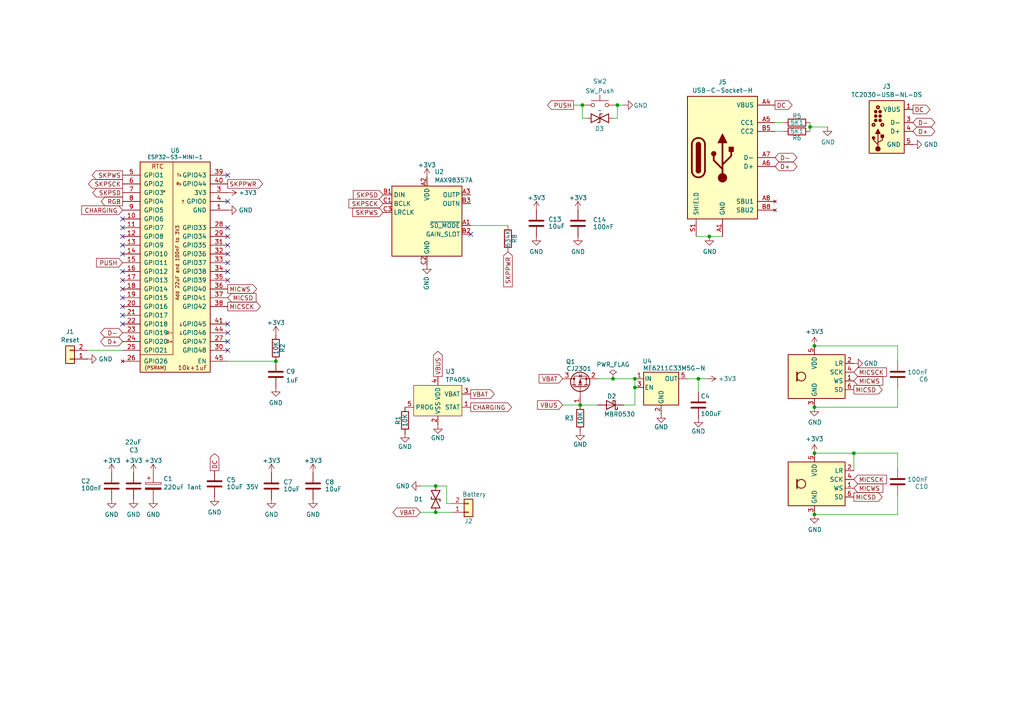
<source format=kicad_sch>
(kicad_sch (version 20231120) (generator "eeschema") (generator_version "8.0")
  (paper "A4")
  (title_block (title "LED driver") (rev "1") (comment 1 "@TheRealRevK") (comment 2 "www.me.uk"))
  (lib_symbols
    (symbol "Connector_Generic:Conn_01x02" (pin_names (offset 1.016) hide)
      (property "Reference" "J" (at 0 2.54 0))
      (property "Value" "Conn_01x02" (at 0 -5.08 0))
      (symbol "Conn_01x02_1_1"
        (rectangle (start -1.27 -2.413) (end 0 -2.667) (stroke (width 0.1524)))
        (rectangle (start -1.27 0.127) (end 0 -0.127) (stroke (width 0.1524)))
        (rectangle (start -1.27 1.27) (end 1.27 -3.81) (stroke (width 0.254)) (fill (type background)))
        (pin passive line (at -5.08 0 0) (length 3.81) (name "Pin_1") (number "1"))
        (pin passive line (at -5.08 -2.54 0) (length 3.81) (name "Pin_2") (number "2"))
      )
    )
    (symbol "Device:C" (pin_numbers hide) (pin_names (offset 0.254))
      (property "Reference" "C" (at 0.635 2.54 0))
      (property "Value" "C" (at 0.635 -2.54 0))
      (symbol "C_0_1"
        (polyline (pts (xy -2.032 -0.762) (xy 2.032 -0.762)) (stroke (width 0.508)))
        (polyline (pts (xy -2.032 0.762) (xy 2.032 0.762)) (stroke (width 0.508)))
      )
      (symbol "C_1_1"
        (pin passive line (at 0 3.81 270) (length 2.794) (name "~") (number "1"))
        (pin passive line (at 0 -3.81 90) (length 2.794) (name "~") (number "2"))
      )
    )
    (symbol "Device:C_Polarized" (pin_numbers hide) (pin_names (offset 0.254))
      (property "Reference" "C" (at 0.635 2.54 0))
      (property "Value" "C_Polarized" (at 0.635 -2.54 0))
      (symbol "C_Polarized_0_1"
        (rectangle (start -2.286 0.508) (end 2.286 1.016))
        (polyline (pts (xy -1.778 2.286) (xy -0.762 2.286)))
        (polyline (pts (xy -1.27 2.794) (xy -1.27 1.778)))
        (rectangle (start 2.286 -0.508) (end -2.286 -1.016) (fill (type outline)))
      )
      (symbol "C_Polarized_1_1"
        (pin passive line (at 0 3.81 270) (length 2.794) (name "~") (number "1"))
        (pin passive line (at 0 -3.81 90) (length 2.794) (name "~") (number "2"))
      )
    )
    (symbol "Device:D_Schottky" (pin_numbers hide) (pin_names (offset 1.016) hide)
      (property "Reference" "D" (at 0 2.54 0))
      (property "Value" "D_Schottky" (at 0 -2.54 0))
      (symbol "D_Schottky_0_1"
        (polyline (pts (xy 1.27 0) (xy -1.27 0)))
        (polyline (pts (xy 1.27 1.27) (xy 1.27 -1.27) (xy -1.27 0) (xy 1.27 1.27)) (stroke (width 0.254)))
        (polyline (pts (xy -1.905 0.635) (xy -1.905 1.27) (xy -1.27 1.27) (xy -1.27 -1.27) (xy -0.635 -1.27) (xy -0.635 -0.635)) (stroke (width 0.254)))
      )
      (symbol "D_Schottky_1_1"
        (pin passive line (at -3.81 0 0) (length 2.54) (name "K") (number "1"))
        (pin passive line (at 3.81 0 180) (length 2.54) (name "A") (number "2"))
      )
    )
    (symbol "Device:R" (pin_numbers hide) (pin_names (offset 0))
      (property "Reference" "R" (at 2.032 0 90))
      (property "Value" "R" (at 0 0 90))
      (symbol "R_0_1"
        (rectangle (start -1.016 -2.54) (end 1.016 2.54) (stroke (width 0.254)))
      )
      (symbol "R_1_1"
        (pin passive line (at 0 3.81 270) (length 1.27) (name "~") (number "1"))
        (pin passive line (at 0 -3.81 90) (length 1.27) (name "~") (number "2"))
      )
    )
    (symbol "Regulator_Linear:TLV70033_SOT23-5" (pin_names (offset 0.254))
      (property "Reference" "U" (at -3.81 5.715 0))
      (property "Value" "TLV70033_SOT23-5" (at 0 5.715 0))
      (symbol "TLV70033_SOT23-5_0_1"
        (rectangle (start -5.08 4.445) (end 5.08 -5.08) (stroke (width 0.254)) (fill (type background)))
      )
      (symbol "TLV70033_SOT23-5_1_1"
        (pin power_in line (at -7.62 2.54 0) (length 2.54) (name "IN") (number "1"))
        (pin power_in line (at 0 -7.62 90) (length 2.54) (name "GND") (number "2"))
        (pin input line (at -7.62 0 0) (length 2.54) (name "EN") (number "3"))
        (pin no_connect line (at 5.08 0 180) (length 2.54) hide (name "NC") (number "4"))
        (pin power_out line (at 7.62 2.54 180) (length 2.54) (name "OUT") (number "5"))
      )
    )
    (symbol "RevK:ES05D1MC10" (pin_numbers hide)
      (property "Reference" "D" (at 0 2.54 0))
      (symbol "ES05D1MC10_0_1"
        (polyline (pts (xy -2.54 1.27) (xy -2.54 -1.27) (xy 0 0) (xy -2.54 1.27)) (stroke (width 0.254)))
        (polyline (pts (xy 2.54 -1.27) (xy 2.54 1.27) (xy 0 0) (xy 2.54 -1.27)) (stroke (width 0.254)))
      )
      (symbol "ES05D1MC10_1_1"
        (polyline (pts (xy 0.635 1.27) (xy 0 1.27) (xy 0 -1.27) (xy -0.635 -1.27)) (stroke (width 0.254)))
        (pin passive line (at 3.81 0 180) (length 1.27) (name "~") (number "1"))
        (pin passive line (at -3.81 0 0) (length 1.27) (name "~") (number "2"))
      )
    )
    (symbol "RevK:ESP32-S3-MINI-1-N4R2" (pin_names (offset 1.016))
      (property "Reference" "U" (at 9.525 28.575 0))
      (property "Value" "ESP32-S3-MINI-1-N4R2" (at 0 31.115 0))
      (symbol "ESP32-S3-MINI-1-N4R2_0_0"
        (rectangle (start -10.16 30.48) (end 10.16 -30.48) (stroke (width 0.254)) (fill (type background)))
      )
      (symbol "ESP32-S3-MINI-1-N4R2_1_1"
        (polyline (pts (xy -10.16 -25.4) (xy -0.635 -25.4)))
        (polyline (pts (xy -0.635 30.48) (xy -0.635 -25.4)))
        (text "(PSRAM)" (at -5.715 -29.21 0) (effects (font (size 1 1))))
        (text "*" (at -3.175 21.59 0) (effects (font (size 1.27 1.27))))
        (text "10k+1uF" (at 5.08 -29.21 0) (effects (font (size 1.27 1.27))))
        (text "Add 22uF and 100nF to 3V3" (at 0.635 1.27 900) (effects (font (size 1 1))))
        (text "D+" (at -2.54 -21.59 0) (effects (font (size 0.8 0.8)) (justify left)))
        (text "D-" (at -2.54 -19.05 0) (effects (font (size 0.8 0.8)) (justify left)))
        (text "RTC" (at -5.08 29.21 0) (effects (font (size 1.27 1.27))))
        (text "Rx" (at 1.905 24.13 0) (effects (font (size 0.8 0.8)) (justify right)))
        (text "Tx" (at 1.905 26.67 0) (effects (font (size 0.8 0.8)) (justify right)))
        (text "↑" (at 3.175 19.05 0) (effects (font (size 1.27 1.27)) (justify right)))
        (text "↓" (at 2.54 -19.05 0) (effects (font (size 1.27 1.27)) (justify right)))
        (text "↓" (at 2.54 -16.51 0) (effects (font (size 1.27 1.27)) (justify right)))
        (pin power_in line (at 15.24 16.51 180) (length 5.08) (name "GND") (number "1"))
        (pin passive line (at -15.24 13.97 0) (length 5.08) (name "GPIO6") (number "10"))
        (pin passive line (at -15.24 11.43 0) (length 5.08) (name "GPIO7") (number "11"))
        (pin passive line (at -15.24 8.89 0) (length 5.08) (name "GPIO8") (number "12"))
        (pin passive line (at -15.24 6.35 0) (length 5.08) (name "GPIO9") (number "13"))
        (pin passive line (at -15.24 3.81 0) (length 5.08) (name "GPIO10") (number "14"))
        (pin passive line (at -15.24 1.27 0) (length 5.08) (name "GPIO11") (number "15"))
        (pin passive line (at -15.24 -1.27 0) (length 5.08) (name "GPIO12") (number "16"))
        (pin passive line (at -15.24 -3.81 0) (length 5.08) (name "GPIO13") (number "17"))
        (pin passive line (at -15.24 -6.35 0) (length 5.08) (name "GPIO14") (number "18"))
        (pin passive line (at -15.24 -8.89 0) (length 5.08) (name "GPIO15") (number "19"))
        (pin power_in line (at 15.24 16.51 180) (length 5.08) hide (name "GND") (number "2"))
        (pin passive line (at -15.24 -11.43 0) (length 5.08) (name "GPIO16") (number "20"))
        (pin passive line (at -15.24 -13.97 0) (length 5.08) (name "GPIO17") (number "21"))
        (pin passive line (at -15.24 -16.51 0) (length 5.08) (name "GPIO18") (number "22"))
        (pin passive line (at -15.24 -19.05 0) (length 5.08) (name "GPIO19") (number "23"))
        (pin passive line (at -15.24 -21.59 0) (length 5.08) (name "GPIO20") (number "24"))
        (pin passive line (at -15.24 -24.13 0) (length 5.08) (name "GPIO21") (number "25"))
        (pin no_connect line (at -15.24 -27.305 0) (length 5.08) (name "GPIO26") (number "26"))
        (pin passive line (at 15.24 -21.59 180) (length 5.08) (name "GPIO47") (number "27"))
        (pin passive line (at 15.24 11.43 180) (length 5.08) (name "GPIO33") (number "28"))
        (pin passive line (at 15.24 8.89 180) (length 5.08) (name "GPIO34") (number "29"))
        (pin power_in line (at 15.24 21.59 180) (length 5.08) (name "3V3") (number "3"))
        (pin passive line (at 15.24 -24.13 180) (length 5.08) (name "GPIO48") (number "30"))
        (pin passive line (at 15.24 6.35 180) (length 5.08) (name "GPIO35") (number "31"))
        (pin passive line (at 15.24 3.81 180) (length 5.08) (name "GPIO36") (number "32"))
        (pin passive line (at 15.24 1.27 180) (length 5.08) (name "GPIO37") (number "33"))
        (pin passive line (at 15.24 -1.27 180) (length 5.08) (name "GPIO38") (number "34"))
        (pin passive line (at 15.24 -3.81 180) (length 5.08) (name "GPIO39") (number "35"))
        (pin passive line (at 15.24 -6.35 180) (length 5.08) (name "GPIO40") (number "36"))
        (pin passive line (at 15.24 -8.89 180) (length 5.08) (name "GPIO41") (number "37"))
        (pin passive line (at 15.24 -11.43 180) (length 5.08) (name "GPIO42") (number "38"))
        (pin passive line (at 15.24 26.67 180) (length 5.08) (name "GPIO43") (number "39"))
        (pin passive line (at 15.24 19.05 180) (length 5.08) (name "GPIO0") (number "4"))
        (pin passive line (at 15.24 24.13 180) (length 5.08) (name "GPIO44") (number "40"))
        (pin passive line (at 15.24 -16.51 180) (length 5.08) (name "GPIO45") (number "41"))
        (pin power_in line (at 15.24 16.51 180) (length 5.08) hide (name "GND") (number "42"))
        (pin power_in line (at 15.24 16.51 180) (length 5.08) hide (name "GND") (number "43"))
        (pin passive line (at 15.24 -19.05 180) (length 5.08) (name "GPIO46") (number "44"))
        (pin input line (at 15.24 -27.305 180) (length 5.08) (name "EN") (number "45"))
        (pin power_in line (at 15.24 16.51 180) (length 5.08) hide (name "GND") (number "46"))
        (pin power_in line (at 15.24 16.51 180) (length 5.08) hide (name "GND") (number "47"))
        (pin power_in line (at 15.24 16.51 180) (length 5.08) hide (name "GND") (number "48"))
        (pin power_in line (at 15.24 16.51 180) (length 5.08) hide (name "GND") (number "49"))
        (pin passive line (at -15.24 26.67 0) (length 5.08) (name "GPIO1") (number "5"))
        (pin power_in line (at 15.24 16.51 180) (length 5.08) hide (name "GND") (number "50"))
        (pin power_in line (at 15.24 16.51 180) (length 5.08) hide (name "GND") (number "51"))
        (pin power_in line (at 15.24 16.51 180) (length 5.08) hide (name "GND") (number "52"))
        (pin power_in line (at 15.24 16.51 180) (length 5.08) hide (name "GND") (number "53"))
        (pin power_in line (at 15.24 16.51 180) (length 5.08) hide (name "GND") (number "54"))
        (pin power_in line (at 15.24 16.51 180) (length 5.08) hide (name "GND") (number "55"))
        (pin power_in line (at 15.24 16.51 180) (length 5.08) hide (name "GND") (number "56"))
        (pin power_in line (at 15.24 16.51 180) (length 5.08) hide (name "GND") (number "57"))
        (pin power_in line (at 15.24 16.51 180) (length 5.08) hide (name "GND") (number "58"))
        (pin power_in line (at 15.24 16.51 180) (length 5.08) hide (name "GND") (number "59"))
        (pin passive line (at -15.24 24.13 0) (length 5.08) (name "GPIO2") (number "6"))
        (pin power_in line (at 15.24 16.51 180) (length 5.08) hide (name "GND") (number "60"))
        (pin power_in line (at 15.24 16.51 180) (length 5.08) hide (name "GND") (number "61"))
        (pin power_in line (at 15.24 16.51 180) (length 5.08) hide (name "GND") (number "62"))
        (pin power_in line (at 15.24 16.51 180) (length 5.08) hide (name "GND") (number "63"))
        (pin power_in line (at 15.24 16.51 180) (length 5.08) hide (name "GND") (number "64"))
        (pin power_in line (at 15.24 16.51 180) (length 5.08) hide (name "GND") (number "65"))
        (pin passive line (at -15.24 21.59 0) (length 5.08) (name "GPIO3") (number "7"))
        (pin passive line (at -15.24 19.05 0) (length 5.08) (name "GPIO4") (number "8"))
        (pin passive line (at -15.24 16.51 0) (length 5.08) (name "GPIO5") (number "9"))
      )
    )
    (symbol "RevK:ICS43434_MEMS_Mic"
      (symbol "ICS43434_MEMS_Mic_1_1"
        (rectangle (start -7.62 6.35) (end 8.89 -6.35) (stroke (width 0.254)) (fill (type background)))
        (circle (center -3.81 0) (radius 1.27) (stroke (width 0.254)))
        (polyline (pts (xy -5.08 1.27) (xy -5.08 -1.27)) (stroke (width 0.381)))
        (pin input line (at 11.43 -1.27 180) (length 2.54) (name "WS") (number "1"))
        (pin input line (at 11.43 3.81 180) (length 2.54) (name "LR") (number "2"))
        (pin power_in line (at 0 -8.89 90) (length 2.54) (name "GND") (number "3"))
        (pin input line (at 11.43 1.27 180) (length 2.54) (name "SCK") (number "4"))
        (pin power_in line (at 0 8.89 270) (length 2.54) (name "VDD") (number "5"))
        (pin output line (at 11.43 -3.81 180) (length 2.54) (name "SD") (number "6"))
      )
    )
    (symbol "RevK:MAX98357A"
      (property "Reference" "U" (at -8.89 11.43 0))
      (property "Value" "MAX98357A" (at 10.16 11.43 0))
      (symbol "MAX98357A_1_1"
        (rectangle (start -10.16 10.16) (end 10.16 -10.16) (stroke (width 0.254)) (fill (type background)))
        (pin input line (at 12.7 -1.27 180) (length 2.54) (name "~{SD_MODE}") (number "A1"))
        (pin power_in line (at 0 12.7 270) (length 2.54) (name "VDD") (number "A2"))
        (pin output line (at 12.7 7.62 180) (length 2.54) (name "OUTP") (number "A3"))
        (pin input line (at -12.7 7.62 0) (length 2.54) (name "DIN") (number "B1"))
        (pin passive line (at 12.7 -3.81 180) (length 2.54) (name "GAIN_SLOT") (number "B2"))
        (pin output line (at 12.7 5.08 180) (length 2.54) (name "OUTN") (number "B3"))
        (pin input line (at -12.7 5.08 0) (length 2.54) (name "BCLK") (number "C1"))
        (pin power_in line (at 0 -12.7 90) (length 2.54) (name "GND") (number "C2"))
        (pin input line (at -12.7 2.54 0) (length 2.54) (name "LRCLK") (number "C3"))
      )
    )
    (symbol "RevK:TC2030-USB-NL" (pin_names (offset 1.016)) (in_bom no)
      (property "Reference" "J" (at 0 10.922 0))
      (property "Value" "TC2030-USB-NL" (at 0 8.89 0))
      (symbol "TC2030-USB-NL_0_1"
        (rectangle (start -5.08 7.62) (end 5.08 -7.62) (stroke (width 0.254)) (fill (type background)))
        (circle (center -3.81 -3.175) (radius 0.381) (stroke (width 0.254)) (fill (type outline)))
        (circle (center -3.175 1.905) (radius 0.381) (stroke (width 0.254)) (fill (type outline)))
        (circle (center -3.175 3.175) (radius 0.381) (stroke (width 0.254)) (fill (type outline)))
        (circle (center -3.175 4.445) (radius 0.381) (stroke (width 0.254)) (fill (type outline)))
        (circle (center -2.54 -6.35) (radius 0.635) (stroke (width 0.254)) (fill (type outline)))
        (circle (center -1.905 1.905) (radius 0.381) (stroke (width 0.254)) (fill (type outline)))
        (circle (center -1.905 3.175) (radius 0.381) (stroke (width 0.254)) (fill (type outline)))
        (circle (center -1.905 4.445) (radius 0.381) (stroke (width 0.254)) (fill (type outline)))
        (rectangle (start -1.651 -2.286) (end -0.889 -3.048) (stroke (width 0.254)) (fill (type outline)))
        (polyline (pts (xy -3.175 -1.905) (xy -1.905 -1.905) (xy -2.54 -0.635) (xy -3.175 -1.905)) (stroke (width 0.254)) (fill (type outline)))
        (polyline (pts (xy -2.54 -5.715) (xy -2.54 -5.08) (xy -3.81 -3.81) (xy -3.81 -3.175)) (stroke (width 0.254)))
        (polyline (pts (xy -2.54 -5.08) (xy -2.54 -4.445) (xy -1.27 -3.81) (xy -1.27 -2.54)) (stroke (width 0.254)))
      )
      (symbol "TC2030-USB-NL_1_1"
        (circle (center -3.81 0.635) (radius 0.381) (stroke (width 0.4)))
        (circle (center -2.54 5.715) (radius 0.381) (stroke (width 0.4)))
        (circle (center -1.27 0.635) (radius 0.381) (stroke (width 0.4)))
        (polyline (pts (xy -2.54 -4.445) (xy -2.54 -1.905)) (stroke (width 0.254)))
        (pin passive line (at 7.62 5.08 180) (length 2.54) (name "VBUS") (number "1"))
        (pin passive line (at 7.62 5.08 180) (length 2.54) hide (name "VBUS") (number "2"))
        (pin bidirectional line (at 7.62 1.27 180) (length 2.54) (name "D-") (number "3"))
        (pin bidirectional line (at 7.62 -1.27 180) (length 2.54) (name "D+") (number "4"))
        (pin passive line (at 7.62 -5.08 180) (length 2.54) (name "GND") (number "5"))
        (pin passive line (at 7.62 -5.08 180) (length 2.54) hide (name "GND") (number "6"))
      )
    )
    (symbol "RevK:TP4054"
      (property "Reference" "U" (at 4.445 -5.715 0))
      (property "Value" "TP4054" (at 3.81 5.715 0))
      (symbol "TP4054_1_1"
        (rectangle (start -6.985 4.445) (end 6.985 -4.445) (fill (type background)))
        (pin open_collector line (at 9.525 -1.905 180) (length 2.54) (name "STAT") (number "1"))
        (pin power_in line (at 0 -6.985 90) (length 2.54) (name "VSS") (number "2"))
        (pin power_out line (at 9.525 1.905 180) (length 2.54) (name "VBAT") (number "3"))
        (pin power_in line (at 0 6.985 270) (length 2.54) (name "VDD") (number "4"))
        (pin input line (at -9.525 -1.905 0) (length 2.54) (name "PROG") (number "5"))
      )
    )
    (symbol "RevK:USB-C-Socket-H" (pin_names (offset 1.016))
      (property "Reference" "J" (at -10.16 19.05 0))
      (property "Value" "USB-C-Socket-V" (at 0.635 12.7 0))
      (symbol "USB-C-Socket-H_0_1"
        (rectangle (start -10.16 17.78) (end 10.16 -17.78) (stroke (width 0.254)) (fill (type background)))
        (arc (start -8.89 -3.81) (mid -6.985 -5.7067) (end -5.08 -3.81) (stroke (width 0.508)))
        (arc (start -7.62 -3.81) (mid -6.985 -4.4423) (end -6.35 -3.81) (stroke (width 0.254)))
        (arc (start -7.62 -3.81) (mid -6.985 -4.4423) (end -6.35 -3.81) (stroke (width 0.254)) (fill (type outline)))
        (rectangle (start -7.62 -3.81) (end -6.35 3.81) (stroke (width 0.254)) (fill (type outline)))
        (arc (start -6.35 3.81) (mid -6.985 4.4423) (end -7.62 3.81) (stroke (width 0.254)))
        (arc (start -6.35 3.81) (mid -6.985 4.4423) (end -7.62 3.81) (stroke (width 0.254)) (fill (type outline)))
        (arc (start -5.08 3.81) (mid -6.985 5.7067) (end -8.89 3.81) (stroke (width 0.508)))
        (circle (center -2.54 1.143) (radius 0.635) (stroke (width 0.254)) (fill (type outline)))
        (circle (center 0 -5.842) (radius 1.27) (fill (type outline)))
        (polyline (pts (xy -8.89 -3.81) (xy -8.89 3.81)) (stroke (width 0.508)))
        (polyline (pts (xy -5.08 3.81) (xy -5.08 -3.81)) (stroke (width 0.508)))
        (polyline (pts (xy 0 -5.842) (xy 0 4.318)) (stroke (width 0.508)))
        (polyline (pts (xy 0 -3.302) (xy -2.54 -0.762) (xy -2.54 0.508)) (stroke (width 0.508)))
        (polyline (pts (xy 0 -2.032) (xy 2.54 0.508) (xy 2.54 1.778)) (stroke (width 0.508)))
        (polyline (pts (xy -1.27 4.318) (xy 0 6.858) (xy 1.27 4.318) (xy -1.27 4.318)) (stroke (width 0.254)) (fill (type outline)))
        (rectangle (start 1.905 1.778) (end 3.175 3.048) (stroke (width 0.254)) (fill (type outline)))
      )
      (symbol "USB-C-Socket-H_1_1"
        (pin passive line (at 0 -22.86 90) (length 5.08) (name "GND") (number "A1"))
        (pin passive line (at 0 -22.86 90) (length 5.08) hide (name "GND") (number "A12"))
        (pin passive line (at 15.24 15.24 180) (length 5.08) (name "VBUS") (number "A4"))
        (pin bidirectional line (at 15.24 10.16 180) (length 5.08) (name "CC1") (number "A5"))
        (pin bidirectional line (at 15.24 -2.54 180) (length 5.08) (name "D+") (number "A6"))
        (pin bidirectional line (at 15.24 0 180) (length 5.08) (name "D-") (number "A7"))
        (pin no_connect line (at 15.24 -12.7 180) (length 5.08) (name "SBU1") (number "A8"))
        (pin passive line (at 15.24 15.24 180) (length 5.08) hide (name "VBUS") (number "A9"))
        (pin passive line (at 0 -22.86 90) (length 5.08) hide (name "GND") (number "B1"))
        (pin passive line (at 0 -22.86 90) (length 5.08) hide (name "GND") (number "B12"))
        (pin passive line (at 15.24 15.24 180) (length 5.08) hide (name "VBUS") (number "B4"))
        (pin bidirectional line (at 15.24 7.62 180) (length 5.08) (name "CC2") (number "B5"))
        (pin bidirectional line (at 15.24 -2.54 180) (length 5.08) hide (name "D+") (number "B6"))
        (pin bidirectional line (at 15.24 0 180) (length 5.08) hide (name "D-") (number "B7"))
        (pin no_connect line (at 15.24 -15.24 180) (length 5.08) (name "SBU2") (number "B8"))
        (pin passive line (at 15.24 15.24 180) (length 5.08) hide (name "VBUS") (number "B9"))
        (pin passive line (at -7.62 -22.86 90) (length 5.08) (name "SHIELD") (number "S1"))
      )
    )
    (symbol "Switch:SW_Push" (pin_numbers hide) (pin_names (offset 1.016) hide)
      (property "Reference" "SW" (at 1.27 2.54 0))
      (property "Value" "SW_Push" (at 0 -1.524 0))
      (symbol "SW_Push_0_1"
        (circle (center -2.032 0) (radius 0.508))
        (polyline (pts (xy 0 1.27) (xy 0 3.048)))
        (polyline (pts (xy 2.54 1.27) (xy -2.54 1.27)))
        (circle (center 2.032 0) (radius 0.508))
        (pin passive line (at -5.08 0 0) (length 2.54) (name "1") (number "1"))
        (pin passive line (at 5.08 0 180) (length 2.54) (name "2") (number "2"))
      )
    )
    (symbol "Transistor_FET:BSS83P" (pin_names hide)
      (property "Reference" "Q" (at 5.08 1.905 0))
      (property "Value" "BSS83P" (at 5.08 0 0))
      (symbol "BSS83P_0_1"
        (polyline (pts (xy 0.254 0) (xy -2.54 0)))
        (polyline (pts (xy 0.254 1.905) (xy 0.254 -1.905)) (stroke (width 0.254)))
        (polyline (pts (xy 0.762 -1.27) (xy 0.762 -2.286)) (stroke (width 0.254)))
        (polyline (pts (xy 0.762 0.508) (xy 0.762 -0.508)) (stroke (width 0.254)))
        (polyline (pts (xy 0.762 2.286) (xy 0.762 1.27)) (stroke (width 0.254)))
        (polyline (pts (xy 2.54 2.54) (xy 2.54 1.778)))
        (polyline (pts (xy 2.54 -2.54) (xy 2.54 0) (xy 0.762 0)))
        (polyline (pts (xy 0.762 1.778) (xy 3.302 1.778) (xy 3.302 -1.778) (xy 0.762 -1.778)))
        (polyline (pts (xy 2.286 0) (xy 1.27 0.381) (xy 1.27 -0.381) (xy 2.286 0)) (fill (type outline)))
        (polyline (pts (xy 2.794 -0.508) (xy 2.921 -0.381) (xy 3.683 -0.381) (xy 3.81 -0.254)))
        (polyline (pts (xy 3.302 -0.381) (xy 2.921 0.254) (xy 3.683 0.254) (xy 3.302 -0.381)))
        (circle (center 1.651 0) (radius 2.794) (stroke (width 0.254)))
        (circle (center 2.54 -1.778) (radius 0.254) (fill (type outline)))
        (circle (center 2.54 1.778) (radius 0.254) (fill (type outline)))
      )
      (symbol "BSS83P_1_1"
        (pin input line (at -5.08 0 0) (length 2.54) (name "G") (number "1"))
        (pin passive line (at 2.54 -5.08 90) (length 2.54) (name "S") (number "2"))
        (pin passive line (at 2.54 5.08 270) (length 2.54) (name "D") (number "3"))
      )
    )
    (symbol "power:+3.3V" (power) (pin_numbers hide) (pin_names (offset 0) hide)
      (property "Value" "+3.3V" (at 0 3.556 0))
      (symbol "+3.3V_0_1"
        (polyline (pts (xy -0.762 1.27) (xy 0 2.54)))
        (polyline (pts (xy 0 0) (xy 0 2.54)))
        (polyline (pts (xy 0 2.54) (xy 0.762 1.27)))
      )
      (symbol "+3.3V_1_1"
        (pin power_in line (at 0 0 90) (length 0) (name "~") (number "1"))
      )
    )
    (symbol "power:GND" (power) (pin_numbers hide) (pin_names (offset 0) hide)
      (property "Value" "GND" (at 0 -3.81 0))
      (symbol "GND_0_1"
        (polyline (pts (xy 0 0) (xy 0 -1.27) (xy 1.27 -1.27) (xy 0 -2.54) (xy -1.27 -1.27) (xy 0 -1.27)))
      )
      (symbol "GND_1_1"
        (pin power_in line (at 0 0 270) (length 0) (name "~") (number "1"))
      )
    )
    (symbol "power:PWR_FLAG" (power) (pin_numbers hide) (pin_names (offset 0) hide)
      (property "Value" "PWR_FLAG" (at 0 3.81 0))
      (symbol "PWR_FLAG_0_0"
        (pin power_out line (at 0 0 90) (length 0) (name "~") (number "1"))
      )
      (symbol "PWR_FLAG_0_1"
        (polyline (pts (xy 0 0) (xy 0 1.27) (xy -1.016 1.905) (xy 0 2.54) (xy 1.016 1.905) (xy 0 1.27)))
      )
    )
  )
  (junction (at 126.365 140.97))
  (junction (at 236.22 131.445))
  (junction (at 202.565 109.855))
  (junction (at 177.8 109.855))
  (junction (at 247.65 131.445))
  (junction (at 168.91 30.48))
  (junction (at 168.275 117.475))
  (junction (at 205.74 68.58))
  (junction (at 236.22 100.33))
  (junction (at 184.15 112.395))
  (junction (at 179.07 30.48))
  (junction (at 236.22 118.11))
  (junction (at 126.365 148.59))
  (junction (at 184.15 109.855))
  (junction (at 234.95 36.83))
  (junction (at 236.22 149.225))
  (junction (at 80.01 104.775))
  (no_connect (at 66.04 71.12))
  (no_connect (at 66.04 58.42))
  (no_connect (at 66.04 50.8))
  (no_connect (at 35.56 68.58))
  (no_connect (at 35.56 91.44))
  (no_connect (at 66.04 96.52))
  (no_connect (at 66.04 99.06))
  (no_connect (at 35.56 73.66))
  (no_connect (at 35.56 66.04))
  (no_connect (at 66.04 73.66))
  (no_connect (at 35.56 71.12))
  (no_connect (at 136.525 67.945))
  (no_connect (at 66.04 66.04))
  (no_connect (at 35.56 93.98))
  (no_connect (at 66.04 101.6))
  (no_connect (at 66.04 81.28))
  (no_connect (at 35.56 63.5))
  (no_connect (at 66.04 76.2))
  (no_connect (at 35.56 83.82))
  (no_connect (at 66.04 93.98))
  (no_connect (at 35.56 78.74))
  (no_connect (at 66.04 78.74))
  (no_connect (at 35.56 88.9))
  (no_connect (at 35.56 81.28))
  (no_connect (at 66.04 68.58))
  (no_connect (at 35.56 86.36))
  (wire (pts (xy 179.07 30.48) (xy 179.07 34.29)))
  (wire (pts (xy 121.92 148.59) (xy 126.365 148.59)))
  (wire (pts (xy 236.22 118.11) (xy 260.35 118.11)))
  (wire (pts (xy 173.355 109.855) (xy 177.8 109.855)))
  (wire (pts (xy 121.92 140.97) (xy 126.365 140.97)))
  (wire (pts (xy 234.95 36.83) (xy 234.95 38.1)))
  (wire (pts (xy 260.35 131.445) (xy 260.35 135.89)))
  (wire (pts (xy 126.365 140.97) (xy 129.54 140.97)))
  (wire (pts (xy 260.35 100.33) (xy 260.35 104.775)))
  (wire (pts (xy 236.22 149.225) (xy 260.35 149.225)))
  (wire (pts (xy 184.15 112.395) (xy 184.15 117.475)))
  (wire (pts (xy 173.355 117.475) (xy 168.275 117.475)))
  (wire (pts (xy 260.35 149.225) (xy 260.35 143.51)))
  (wire (pts (xy 202.565 109.855) (xy 202.565 113.665)))
  (wire (pts (xy 163.195 117.475) (xy 168.275 117.475)))
  (wire (pts (xy 129.54 146.05) (xy 130.81 146.05)))
  (wire (pts (xy 201.93 68.58) (xy 205.74 68.58)))
  (wire (pts (xy 177.8 109.855) (xy 184.15 109.855)))
  (wire (pts (xy 236.22 100.33) (xy 260.35 100.33)))
  (wire (pts (xy 166.37 30.48) (xy 168.91 30.48)))
  (wire (pts (xy 199.39 109.855) (xy 202.565 109.855)))
  (wire (pts (xy 240.03 36.83) (xy 234.95 36.83)))
  (wire (pts (xy 202.565 109.855) (xy 205.105 109.855)))
  (wire (pts (xy 180.975 30.48) (xy 179.07 30.48)))
  (wire (pts (xy 184.15 109.855) (xy 184.15 112.395)))
  (wire (pts (xy 179.07 34.29) (xy 177.8 34.29)))
  (wire (pts (xy 25.4 101.6) (xy 35.56 101.6)))
  (wire (pts (xy 126.365 148.59) (xy 130.81 148.59)))
  (wire (pts (xy 234.95 35.56) (xy 234.95 36.83)))
  (wire (pts (xy 247.65 131.445) (xy 247.65 136.525)))
  (wire (pts (xy 180.975 117.475) (xy 184.15 117.475)))
  (wire (pts (xy 168.91 34.29) (xy 170.18 34.29)))
  (wire (pts (xy 136.525 65.405) (xy 147.32 65.405)))
  (wire (pts (xy 224.79 35.56) (xy 227.33 35.56)))
  (wire (pts (xy 247.65 131.445) (xy 260.35 131.445)))
  (wire (pts (xy 209.55 68.58) (xy 205.74 68.58)))
  (wire (pts (xy 224.79 38.1) (xy 227.33 38.1)))
  (wire (pts (xy 236.22 131.445) (xy 247.65 131.445)))
  (wire (pts (xy 168.91 30.48) (xy 168.91 34.29)))
  (wire (pts (xy 260.35 118.11) (xy 260.35 112.395)))
  (wire (pts (xy 129.54 140.97) (xy 129.54 146.05)))
  (wire (pts (xy 66.04 104.775) (xy 80.01 104.775)))
  (global_label "CHARGING" (shape output) (at 136.525 118.11 0) (property "Intersheetrefs" "${INTERSHEET_REFS}" (effects (hide yes))))
  (global_label "MICWS" (shape input) (at 247.65 110.49 0) (property "Intersheetrefs" "${INTERSHEET_REFS}" (effects (hide yes))))
  (global_label "D+" (shape bidirectional) (at 264.795 38.1 0) (property "Intersheetrefs" "${INTERSHEET_REFS}" (effects (hide yes))))
  (global_label "MICSCK" (shape input) (at 247.65 107.95 0) (property "Intersheetrefs" "${INTERSHEET_REFS}" (effects (hide yes))))
  (global_label "VBAT" (shape bidirectional) (at 121.92 148.59 180) (property "Intersheetrefs" "${INTERSHEET_REFS}" (effects (hide yes))))
  (global_label "MICSD" (shape output) (at 247.65 113.03 0) (property "Intersheetrefs" "${INTERSHEET_REFS}" (effects (hide yes))))
  (global_label "D+" (shape bidirectional) (at 35.56 99.06 180) (property "Intersheetrefs" "${INTERSHEET_REFS}" (effects (hide yes))))
  (global_label "PUSH" (shape input) (at 35.56 76.2 180) (property "Intersheetrefs" "${INTERSHEET_REFS}" (effects (hide yes))))
  (global_label "SKPSD" (shape input) (at 111.125 56.515 180) (property "Intersheetrefs" "${INTERSHEET_REFS}" (effects (hide yes))))
  (global_label "MICSCK" (shape output) (at 66.04 88.9 0) (property "Intersheetrefs" "${INTERSHEET_REFS}" (effects (hide yes))))
  (global_label "DC" (shape output) (at 264.795 31.75 0) (property "Intersheetrefs" "${INTERSHEET_REFS}" (effects (hide yes))))
  (global_label "SKPSD" (shape output) (at 35.56 55.88 180) (property "Intersheetrefs" "${INTERSHEET_REFS}" (effects (hide yes))))
  (global_label "DC" (shape output) (at 224.79 30.48 0) (property "Intersheetrefs" "${INTERSHEET_REFS}" (effects (hide yes))))
  (global_label "SKPSCK" (shape output) (at 35.56 53.34 180) (property "Intersheetrefs" "${INTERSHEET_REFS}" (effects (hide yes))))
  (global_label "D-" (shape bidirectional) (at 264.795 35.56 0) (property "Intersheetrefs" "${INTERSHEET_REFS}" (effects (hide yes))))
  (global_label "D-" (shape bidirectional) (at 224.79 45.72 0) (property "Intersheetrefs" "${INTERSHEET_REFS}" (effects (hide yes))))
  (global_label "D+" (shape bidirectional) (at 224.79 48.26 0) (property "Intersheetrefs" "${INTERSHEET_REFS}" (effects (hide yes))))
  (global_label "MICSD" (shape output) (at 247.65 144.145 0) (property "Intersheetrefs" "${INTERSHEET_REFS}" (effects (hide yes))))
  (global_label "SKPPWR" (shape output) (at 66.04 53.34 0) (property "Intersheetrefs" "${INTERSHEET_REFS}" (effects (hide yes))))
  (global_label "MICSD" (shape input) (at 66.04 86.36 0) (property "Intersheetrefs" "${INTERSHEET_REFS}" (effects (hide yes))))
  (global_label "MICWS" (shape output) (at 66.04 83.82 0) (property "Intersheetrefs" "${INTERSHEET_REFS}" (effects (hide yes))))
  (global_label "MICWS" (shape input) (at 247.65 141.605 0) (property "Intersheetrefs" "${INTERSHEET_REFS}" (effects (hide yes))))
  (global_label "RGB" (shape output) (at 35.56 58.42 180) (property "Intersheetrefs" "${INTERSHEET_REFS}" (effects (hide yes))))
  (global_label "MICSCK" (shape input) (at 247.65 139.065 0) (property "Intersheetrefs" "${INTERSHEET_REFS}" (effects (hide yes))))
  (global_label "D-" (shape bidirectional) (at 35.56 96.52 180) (property "Intersheetrefs" "${INTERSHEET_REFS}" (effects (hide yes))))
  (global_label "CHARGING" (shape input) (at 35.56 60.96 180) (property "Intersheetrefs" "${INTERSHEET_REFS}" (effects (hide yes))))
  (global_label "VBUS" (shape output) (at 127 109.22 90) (property "Intersheetrefs" "${INTERSHEET_REFS}" (effects (hide yes))))
  (global_label "VBAT" (shape output) (at 136.525 114.3 0) (property "Intersheetrefs" "${INTERSHEET_REFS}" (effects (hide yes))))
  (global_label "DC" (shape output) (at 62.23 136.525 90) (property "Intersheetrefs" "${INTERSHEET_REFS}" (effects (hide yes))))
  (global_label "VBUS" (shape input) (at 163.195 117.475 180) (property "Intersheetrefs" "${INTERSHEET_REFS}" (effects (hide yes))))
  (global_label "VBAT" (shape input) (at 163.195 109.855 180) (property "Intersheetrefs" "${INTERSHEET_REFS}" (effects (hide yes))))
  (global_label "PUSH" (shape output) (at 166.37 30.48 180) (property "Intersheetrefs" "${INTERSHEET_REFS}" (effects (hide yes))))
  (global_label "SKPPWR" (shape input) (at 147.32 73.025 270) (property "Intersheetrefs" "${INTERSHEET_REFS}" (effects (hide yes))))
  (global_label "SKPWS" (shape output) (at 35.56 50.8 180) (property "Intersheetrefs" "${INTERSHEET_REFS}" (effects (hide yes))))
  (global_label "SKPSCK" (shape input) (at 111.125 59.055 180) (property "Intersheetrefs" "${INTERSHEET_REFS}" (effects (hide yes))))
  (global_label "SKPWS" (shape input) (at 111.125 61.595 180) (property "Intersheetrefs" "${INTERSHEET_REFS}" (effects (hide yes))))
  (symbol (lib_id "Device:R") (at 231.14 35.56 90) (unit 1)
    (property "Reference" "R5" (at 231.14 33.655 90))
    (property "Value" "5K1" (at 231.14 35.56 90))
    (property "Footprint" "RevK:R_0402" (effects (hide yes)))
    (property "Description" "Resistor" (effects (hide yes)))
  )
  (symbol (lib_id "power:GND") (at 240.03 36.83 0) (unit 1)
    (property "Reference" "#PWR011" (effects (hide yes)))
    (property "Value" "GND" (at 240.157 41.2242 0))
    (property "Description" "Power symbol creates a global label with name \"GND\" , ground" (effects (hide yes)))
  )
  (symbol (lib_id "power:GND") (at 205.74 68.58 0) (unit 1)
    (property "Reference" "#PWR012" (effects (hide yes)))
    (property "Value" "GND" (at 205.867 72.9742 0))
    (property "Description" "Power symbol creates a global label with name \"GND\" , ground" (effects (hide yes)))
  )
  (symbol (lib_id "Device:R") (at 231.14 38.1 270) (unit 1)
    (property "Reference" "R6" (at 231.14 40.005 90))
    (property "Value" "5K1" (at 231.14 38.1 90))
    (property "Footprint" "RevK:R_0402" (effects (hide yes)))
    (property "Description" "Resistor" (effects (hide yes)))
  )
  (symbol (lib_id "power:GND") (at 191.77 120.015 0) (unit 1)
    (property "Reference" "#PWR015" (effects (hide yes)))
    (property "Value" "GND" (at 191.77 123.825 0))
  )
  (symbol (lib_id "power:+3.3V") (at 236.22 131.445 0) (unit 1)
    (property "Reference" "#PWR038" (effects (hide yes)))
    (property "Value" "+3V3" (at 236.22 127.3119 0))
    (property "Description" "Power symbol creates a global label with name \"+3.3V\"" (effects (hide yes)))
  )
  (symbol (lib_id "power:GND") (at 80.01 112.395 0) (unit 1)
    (property "Reference" "#PWR022" (effects (hide yes)))
    (property "Value" "GND" (at 80.01 116.8384 0))
    (property "Description" "Power symbol creates a global label with name \"GND\" , ground" (effects (hide yes)))
  )
  (symbol (lib_id "power:GND") (at 247.65 105.41 90) (unit 1)
    (property "Reference" "#PWR041" (effects (hide yes)))
    (property "Value" "GND" (at 252.603 105.41 90))
    (property "Description" "Power symbol creates a global label with name \"GND\" , ground" (effects (hide yes)))
  )
  (symbol (lib_id "Device:C") (at 78.74 140.97 0) (unit 1)
    (property "Reference" "C7" (at 82.169 139.827 0) (effects (justify left)))
    (property "Value" "10uF" (at 82.169 141.859 0) (effects (justify left)))
    (property "Footprint" "RevK:C_0402" (effects (hide yes)))
    (property "LCSC Part #" "C15525" (effects (hide yes)))
  )
  (symbol (lib_id "power:GND") (at 127 123.19 0) (unit 1)
    (property "Reference" "#PWR09" (effects (hide yes)))
    (property "Value" "GND" (at 127 127 0))
  )
  (symbol (lib_id "power:GND") (at 202.565 121.285 0) (unit 1)
    (property "Reference" "#PWR027" (effects (hide yes)))
    (property "Value" "GND" (at 202.565 125.095 0))
  )
  (symbol (lib_id "Transistor_FET:BSS83P") (at 168.275 112.395 90) (unit 1)
    (property "Reference" "Q1" (at 166.878 104.902 90) (effects (justify left)))
    (property "Value" "CJ2301" (at 171.577 106.934 90) (effects (justify left)))
    (property "Footprint" "RevK:SOT-23" (effects (hide yes)))
    (property "Datasheet" "http://www.farnell.com/datasheets/1835997.pdf" (effects (hide yes)))
    (property "LCSC Part #" "C5224170" (effects (hide yes)))
    (property "JLCPCB Rotation Offset" "180" (effects (hide yes)))
  )
  (symbol (lib_id "Device:C") (at 260.35 108.585 180) (unit 1)
    (property "Reference" "C6" (at 269.24 109.998 0) (effects (justify left)))
    (property "Value" "100nF" (at 269.24 107.95 0) (effects (justify left)))
    (property "Footprint" "RevK:C_0402" (effects (hide yes)))
  )
  (symbol (lib_id "power:+3.3V") (at 32.385 137.16 0) (unit 1)
    (property "Reference" "#PWR023" (effects (hide yes)))
    (property "Value" "+3V3" (at 32.385 133.5842 0))
    (property "Description" "Power symbol creates a global label with name \"+3.3V\"" (effects (hide yes)))
  )
  (symbol (lib_id "power:+3.3V") (at 44.45 137.16 0) (unit 1)
    (property "Reference" "#PWR010" (effects (hide yes)))
    (property "Value" "+3V3" (at 44.45 133.5842 0))
    (property "Description" "Power symbol creates a global label with name \"+3.3V\"" (effects (hide yes)))
  )
  (symbol (lib_id "Connector_Generic:Conn_01x02") (at 135.89 148.59 0) (mirror x) (unit 1)
    (property "Reference" "J2" (at 135.89 151.13 0))
    (property "Value" "Battery" (at 137.541 143.383 0))
    (property "Footprint" "RevK:1.25T-2PWT (Molex 532610271)" (effects (hide yes)))
    (property "LCSC Part #" "C177225" (effects (hide yes)))
  )
  (symbol (lib_id "RevK:ICS43434_MEMS_Mic") (at 236.22 109.22 0) (unit 1)
    (property "Reference" "U5" (effects (hide yes)))
    (property "Value" "L" (effects (hide yes)))
    (property "Footprint" "RevK:ICS43434_MEMS_Mic_Open" (effects (hide yes)))
    (property "Datasheet" "https://www.lcsc.com/datasheet/lcsc_datasheet_2312010321_TDK-InvenSense-ICS-43434_C5656610.pdf" (effects (hide yes)))
    (property "Description" "I2S Microphone" (effects (hide yes)))
    (property "LCSC Part #" "C5656610" (effects (hide yes)))
  )
  (symbol (lib_id "Device:C") (at 38.735 140.97 0) (unit 1)
    (property "Reference" "C3" (at 37.465 130.556 0) (effects (justify left)))
    (property "Value" "22uF" (at 36.195 128.27 0) (effects (justify left)))
    (property "Footprint" "RevK:C_0603" (effects (hide yes)))
  )
  (symbol (lib_id "RevK:ESP32-S3-MINI-1-N4R2") (at 50.8 77.47 0) (unit 1)
    (property "Reference" "U6" (at 50.8 43.6332 0))
    (property "Value" "ESP32-S3-MINI-1" (at 50.8 45.5696 0) (effects (font (size 1.1 1.1))))
    (property "Footprint" "RevK:ESP32-S3-MINI-1" (effects (hide yes)))
    (property "Datasheet" "https://www.espressif.com/sites/default/files/documentation/esp32-s3-mini-1_mini-1u_datasheet_en.pdf" (effects (hide yes)))
    (property "LCSC Part #" "C3013941" (effects (hide yes)))
  )
  (symbol (lib_id "Device:C") (at 167.64 64.77 0) (unit 1)
    (property "Reference" "C14" (at 171.958 63.754 0) (effects (justify left)))
    (property "Value" "100nF" (at 171.958 65.802 0) (effects (justify left)))
    (property "Footprint" "RevK:C_0402" (effects (hide yes)))
  )
  (symbol (lib_id "power:PWR_FLAG") (at 177.8 109.855 0) (unit 1)
    (property "Reference" "#FLG01" (effects (hide yes)))
    (property "Value" "PWR_FLAG" (at 177.8 105.7219 0))
  )
  (symbol (lib_id "power:GND") (at 123.825 76.835 0) (mirror y) (unit 1)
    (property "Reference" "#PWR029" (effects (hide yes)))
    (property "Value" "GND" (at 123.698 80.0862 90) (effects (justify right)))
  )
  (symbol (lib_id "power:+3.3V") (at 66.04 55.88 270) (unit 1)
    (property "Reference" "#PWR019" (effects (hide yes)))
    (property "Value" "+3V3" (at 69.215 55.88 90) (effects (justify left)))
    (property "Description" "Power symbol creates a global label with name \"+3.3V\"" (effects (hide yes)))
  )
  (symbol (lib_id "power:+3.3V") (at 80.01 97.155 0) (unit 1)
    (property "Reference" "#PWR021" (effects (hide yes)))
    (property "Value" "+3V3" (at 80.01 93.5792 0))
    (property "Description" "Power symbol creates a global label with name \"+3.3V\"" (effects (hide yes)))
  )
  (symbol (lib_id "Regulator_Linear:TLV70033_SOT23-5") (at 191.77 112.395 0) (unit 1)
    (property "Reference" "U4" (at 187.706 104.775 0))
    (property "Value" "ME6211C33M5G-N" (at 186.436 106.807 0) (effects (justify left)))
    (property "Footprint" "RevK:SOT-23-5" (effects (hide yes)))
    (property "Datasheet" "http://www.ti.com/lit/ds/symlink/tlv700.pdf" (effects (hide yes)))
    (property "LCSC Part #" "C82942" (effects (hide yes)))
    (property "JLCPCB Rotation Offset" "-90" (effects (hide yes)))
  )
  (symbol (lib_id "Device:C") (at 202.565 117.475 0) (unit 1)
    (property "Reference" "C4" (at 203.2 114.935 0) (effects (justify left)))
    (property "Value" "100uF" (at 203.2 120.015 0) (effects (justify left)))
    (property "Footprint" "RevK:C_0805" (effects (hide yes)))
    (property "LCSC Part #" "C141660" (effects (hide yes)))
  )
  (symbol (lib_id "Connector_Generic:Conn_01x02") (at 20.32 104.14 180) (unit 1) (in_bom no)
    (property "Reference" "J1" (at 20.32 96.1855 0))
    (property "Value" "Reset" (at 20.32 98.6098 0))
    (property "Footprint" "RevK:AA-Pad" (effects (hide yes)))
    (property "Description" "Generic connector, single row, 01x02, script generated (kicad-library-utils/schlib/autogen/connector/)" (effects (hide yes)))
  )
  (symbol (lib_id "power:+3.3V") (at 78.74 137.16 0) (unit 1)
    (property "Reference" "#PWR06" (effects (hide yes)))
    (property "Value" "+3V3" (at 78.74 133.5842 0))
    (property "Description" "Power symbol creates a global label with name \"+3.3V\"" (effects (hide yes)))
  )
  (symbol (lib_id "Device:C") (at 62.23 140.335 0) (unit 1)
    (property "Reference" "C5" (at 65.659 139.192 0) (effects (justify left)))
    (property "Value" "10uF 35V" (at 65.659 141.224 0) (effects (justify left)))
    (property "Footprint" "RevK:C_0603" (effects (hide yes)))
    (property "LCSC Part #" "C194427" (effects (hide yes)))
  )
  (symbol (lib_id "power:GND") (at 168.275 125.095 0) (unit 1)
    (property "Reference" "#PWR013" (effects (hide yes)))
    (property "Value" "GND" (at 168.275 128.905 0))
  )
  (symbol (lib_id "power:GND") (at 90.805 144.78 0) (unit 1)
    (property "Reference" "#PWR037" (effects (hide yes)))
    (property "Value" "GND" (at 90.805 149.2234 0))
    (property "Description" "Power symbol creates a global label with name \"GND\" , ground" (effects (hide yes)))
  )
  (symbol (lib_id "Device:C") (at 260.35 139.7 180) (unit 1)
    (property "Reference" "C10" (at 269.24 141.113 0) (effects (justify left)))
    (property "Value" "100nF" (at 269.24 139.065 0) (effects (justify left)))
    (property "Footprint" "RevK:C_0402" (effects (hide yes)))
  )
  (symbol (lib_id "power:GND") (at 78.74 144.78 0) (unit 1)
    (property "Reference" "#PWR05" (effects (hide yes)))
    (property "Value" "GND" (at 78.74 149.2234 0))
    (property "Description" "Power symbol creates a global label with name \"GND\" , ground" (effects (hide yes)))
  )
  (symbol (lib_id "power:+3.3V") (at 38.735 137.16 0) (unit 1)
    (property "Reference" "#PWR017" (effects (hide yes)))
    (property "Value" "+3V3" (at 38.735 133.5842 0))
    (property "Description" "Power symbol creates a global label with name \"+3.3V\"" (effects (hide yes)))
  )
  (symbol (lib_id "Device:R") (at 117.475 121.92 180) (unit 1)
    (property "Reference" "R1" (at 115.443 121.92 90))
    (property "Value" "10K" (at 117.475 121.92 90))
    (property "Footprint" "RevK:R_0402" (effects (hide yes)))
  )
  (symbol (lib_id "RevK:TC2030-USB-NL") (at 257.175 36.83 0) (unit 1) (in_bom no)
    (property "Reference" "J3" (at 257.175 25.0655 0))
    (property "Value" "TC2030-USB-NL-DS" (at 257.175 27.4898 0))
    (property "Footprint" "RevK:Tag-Connect_TC2030-IDC-NL_2x03_P1.27mm_Vertical" (effects (hide yes)))
    (property "Datasheet" " ~" (effects (hide yes)))
    (property "Description" "TC2030-USB-NL" (effects (hide yes)))
  )
  (symbol (lib_id "Switch:SW_Push") (at 173.99 30.48 0) (mirror y) (unit 1)
    (property "Reference" "SW2" (at 173.99 23.5925 0))
    (property "Value" "SW_Push" (at 173.99 26.3676 0))
    (property "Footprint" "RevK:TS-1092S-B3D2-G" (effects (hide yes)))
  )
  (symbol (lib_id "Device:R") (at 147.32 69.215 0) (unit 1)
    (property "Reference" "R8" (at 149.225 69.215 90))
    (property "Value" "634K" (at 147.32 69.215 90))
    (property "Footprint" "RevK:R_0402" (effects (hide yes)))
    (property "Description" "Resistor" (effects (hide yes)))
  )
  (symbol (lib_id "power:GND") (at 236.22 118.11 0) (unit 1)
    (property "Reference" "#PWR025" (effects (hide yes)))
    (property "Value" "GND" (at 236.347 122.5042 0))
    (property "Description" "Power symbol creates a global label with name \"GND\" , ground" (effects (hide yes)))
  )
  (symbol (lib_id "power:GND") (at 66.04 60.96 90) (unit 1)
    (property "Reference" "#PWR020" (effects (hide yes)))
    (property "Value" "GND" (at 69.215 60.96 90) (effects (justify right)))
    (property "Description" "Power symbol creates a global label with name \"GND\" , ground" (effects (hide yes)))
  )
  (symbol (lib_id "power:GND") (at 236.22 149.225 0) (unit 1)
    (property "Reference" "#PWR040" (effects (hide yes)))
    (property "Value" "GND" (at 236.347 153.6192 0))
    (property "Description" "Power symbol creates a global label with name \"GND\" , ground" (effects (hide yes)))
  )
  (symbol (lib_id "RevK:USB-C-Socket-H") (at 209.55 45.72 0) (unit 1)
    (property "Reference" "J5" (at 209.55 23.7957 0))
    (property "Value" "USB-C-Socket-H" (at 209.55 26.2199 0))
    (property "Footprint" "RevK:USB-C-Socket-H" (effects (hide yes)))
    (property "Description" "USB 2.0-only Type-C Receptacle connector" (effects (hide yes)))
    (property "LCSC Part #" "C709357" (effects (hide yes)))
  )
  (symbol (lib_id "power:+3.3V") (at 236.22 100.33 0) (unit 1)
    (property "Reference" "#PWR024" (effects (hide yes)))
    (property "Value" "+3V3" (at 236.22 96.1969 0))
    (property "Description" "Power symbol creates a global label with name \"+3.3V\"" (effects (hide yes)))
  )
  (symbol (lib_id "Device:C_Polarized") (at 44.45 140.97 0) (unit 1)
    (property "Reference" "C1" (at 47.371 138.8688 0) (effects (justify left)))
    (property "Value" "220uF Tant" (at 47.371 141.2931 0) (effects (justify left)))
    (property "Footprint" "RevK:CP_EIA-3528-21_Kemet-B" (effects (hide yes)))
    (property "Description" "Polarized capacitor" (effects (hide yes)))
    (property "LCSC Part #" "C122649" (effects (hide yes)))
    (property "JLCPCB Rotation Offset" "180" (effects (hide yes)))
  )
  (symbol (lib_id "power:GND") (at 121.92 140.97 270) (unit 1)
    (property "Reference" "#PWR04" (effects (hide yes)))
    (property "Value" "GND" (at 116.84 140.97 90))
  )
  (symbol (lib_id "power:GND") (at 38.735 144.78 0) (unit 1)
    (property "Reference" "#PWR026" (effects (hide yes)))
    (property "Value" "GND" (at 38.735 149.2234 0))
    (property "Description" "Power symbol creates a global label with name \"GND\" , ground" (effects (hide yes)))
  )
  (symbol (lib_id "RevK:MAX98357A") (at 123.825 64.135 0) (unit 1)
    (property "Reference" "U2" (at 126.0191 49.8305 0) (effects (justify left)))
    (property "Value" "MAX98357A" (at 126.0191 52.2548 0) (effects (justify left)))
    (property "Footprint" "RevK:WLP-1.437mmx1.347mm-0.21mm-ball" (effects (hide yes)))
    (property "Datasheet" "https://www.analog.com/media/en/technical-documentation/data-sheets/MAX98357A-MAX98357B.pdf" (effects (hide yes)))
    (property "Description" "Mono DAC with amplifier, I2S, PCM, TDM, 32-bit, 96khz, 3.2W, WLP" (effects (hide yes)))
  )
  (symbol (lib_id "power:GND") (at 264.795 41.91 90) (unit 1)
    (property "Reference" "#PWR014" (effects (hide yes)))
    (property "Value" "GND" (at 267.97 41.91 90) (effects (justify right)))
    (property "Description" "Power symbol creates a global label with name \"GND\" , ground" (effects (hide yes)))
  )
  (symbol (lib_id "Device:C") (at 90.805 140.97 0) (unit 1)
    (property "Reference" "C8" (at 94.234 139.827 0) (effects (justify left)))
    (property "Value" "10uF" (at 94.234 141.859 0) (effects (justify left)))
    (property "Footprint" "RevK:C_0402" (effects (hide yes)))
    (property "LCSC Part #" "C15525" (effects (hide yes)))
  )
  (symbol (lib_id "Device:R") (at 80.01 100.965 0) (unit 1)
    (property "Reference" "R2" (at 81.915 100.965 90))
    (property "Value" "10K" (at 80.01 100.965 90))
    (property "Footprint" "RevK:R_0402" (effects (hide yes)))
    (property "Description" "Resistor" (effects (hide yes)))
  )
  (symbol (lib_id "power:+3.3V") (at 90.805 137.16 0) (unit 1)
    (property "Reference" "#PWR031" (effects (hide yes)))
    (property "Value" "+3V3" (at 90.805 133.5842 0))
    (property "Description" "Power symbol creates a global label with name \"+3.3V\"" (effects (hide yes)))
  )
  (symbol (lib_id "power:GND") (at 117.475 125.73 0) (unit 1)
    (property "Reference" "#PWR01" (effects (hide yes)))
    (property "Value" "GND" (at 117.475 129.54 0))
  )
  (symbol (lib_id "power:+3.3V") (at 123.825 51.435 0) (unit 1)
    (property "Reference" "#PWR030" (effects (hide yes)))
    (property "Value" "+3V3" (at 123.825 47.8592 0))
    (property "Description" "Power symbol creates a global label with name \"+3.3V\"" (effects (hide yes)))
  )
  (symbol (lib_id "power:GND") (at 167.64 68.58 0) (unit 1)
    (property "Reference" "#PWR036" (effects (hide yes)))
    (property "Value" "GND" (at 167.64 73.0234 0))
    (property "Description" "Power symbol creates a global label with name \"GND\" , ground" (effects (hide yes)))
  )
  (symbol (lib_id "Device:D_Schottky") (at 177.165 117.475 180) (unit 1)
    (property "Reference" "D2" (at 177.419 114.935 0))
    (property "Value" "MBR0530" (at 179.705 120.142 0))
    (property "Footprint" "RevK:D_SOD-123" (effects (hide yes)))
    (property "LCSC Part " "C5204746" (effects (hide yes)))
  )
  (symbol (lib_id "power:GND") (at 180.975 30.48 90) (unit 1)
    (property "Reference" "#PWR08" (effects (hide yes)))
    (property "Value" "GND" (at 185.801 30.607 90))
    (property "Description" "Power symbol creates a global label with name \"GND\" , ground" (effects (hide yes)))
  )
  (symbol (lib_id "Device:C") (at 32.385 140.97 0) (unit 1)
    (property "Reference" "C2" (at 23.495 139.557 0) (effects (justify left)))
    (property "Value" "100nF" (at 23.495 141.605 0) (effects (justify left)))
    (property "Footprint" "RevK:C_0402" (effects (hide yes)))
  )
  (symbol (lib_id "power:GND") (at 32.385 144.78 0) (unit 1)
    (property "Reference" "#PWR018" (effects (hide yes)))
    (property "Value" "GND" (at 32.385 149.2234 0))
    (property "Description" "Power symbol creates a global label with name \"GND\" , ground" (effects (hide yes)))
  )
  (symbol (lib_id "power:GND") (at 25.4 104.14 90) (unit 1)
    (property "Reference" "#PWR035" (effects (hide yes)))
    (property "Value" "GND" (at 28.575 104.14 90) (effects (justify right)))
    (property "Description" "Power symbol creates a global label with name \"GND\" , ground" (effects (hide yes)))
  )
  (symbol (lib_id "power:+3.3V") (at 205.105 109.855 270) (unit 1)
    (property "Reference" "#PWR028" (effects (hide yes)))
    (property "Value" "+3V3" (at 208.28 109.855 90) (effects (justify left)))
  )
  (symbol (lib_id "power:GND") (at 155.575 68.58 0) (unit 1)
    (property "Reference" "#PWR033" (effects (hide yes)))
    (property "Value" "GND" (at 155.575 73.0234 0))
    (property "Description" "Power symbol creates a global label with name \"GND\" , ground" (effects (hide yes)))
  )
  (symbol (lib_id "power:+3.3V") (at 167.64 60.96 0) (unit 1)
    (property "Reference" "#PWR034" (effects (hide yes)))
    (property "Value" "+3V3" (at 167.64 57.3842 0))
    (property "Description" "Power symbol creates a global label with name \"+3.3V\"" (effects (hide yes)))
  )
  (symbol (lib_id "power:+3.3V") (at 155.575 60.96 0) (unit 1)
    (property "Reference" "#PWR032" (effects (hide yes)))
    (property "Value" "+3V3" (at 155.575 57.3842 0))
    (property "Description" "Power symbol creates a global label with name \"+3.3V\"" (effects (hide yes)))
  )
  (symbol (lib_id "power:GND") (at 44.45 144.78 0) (unit 1)
    (property "Reference" "#PWR016" (effects (hide yes)))
    (property "Value" "GND" (at 44.45 149.2234 0))
    (property "Description" "Power symbol creates a global label with name \"GND\" , ground" (effects (hide yes)))
  )
  (symbol (lib_id "RevK:ICS43434_MEMS_Mic") (at 236.22 140.335 0) (unit 1)
    (property "Reference" "U7" (effects (hide yes)))
    (property "Value" "R" (effects (hide yes)))
    (property "Footprint" "RevK:ICS43434_MEMS_Mic_Open" (effects (hide yes)))
    (property "Datasheet" "https://www.lcsc.com/datasheet/lcsc_datasheet_2312010321_TDK-InvenSense-ICS-43434_C5656610.pdf" (effects (hide yes)))
    (property "Description" "I2S Microphone" (effects (hide yes)))
    (property "LCSC Part #" "C5656610" (effects (hide yes)))
  )
  (symbol (lib_id "RevK:ES05D1MC10") (at 126.365 144.78 90) (unit 1)
    (property "Reference" "D1" (at 120.015 144.78 90) (effects (justify right)))
    (property "Value" "~" (at 126.365 144.78 0))
    (property "Footprint" "RevK:DFN1006-2L" (effects (hide yes)))
    (property "LCSC Part #" "C5137770" (effects (hide yes)))
  )
  (symbol (lib_id "power:GND") (at 62.23 144.145 0) (unit 1)
    (property "Reference" "#PWR03" (effects (hide yes)))
    (property "Value" "GND" (at 62.23 148.5884 0))
    (property "Description" "Power symbol creates a global label with name \"GND\" , ground" (effects (hide yes)))
  )
  (symbol (lib_id "Device:C") (at 80.01 108.585 0) (unit 1)
    (property "Reference" "C9" (at 82.931 107.7503 0) (effects (justify left)))
    (property "Value" "1uF" (at 82.931 110.2872 0) (effects (justify left)))
    (property "Footprint" "RevK:C_0402" (effects (hide yes)))
    (property "Description" "Unpolarized capacitor" (effects (hide yes)))
  )
  (symbol (lib_id "RevK:TP4054") (at 127 116.205 0) (unit 1)
    (property "Reference" "U3" (at 129.1941 107.7427 0) (effects (justify left)))
    (property "Value" "TP4054" (at 129.1941 110.1669 0) (effects (justify left)))
    (property "Footprint" "RevK:SOT-23-5" (effects (hide yes)))
    (property "Datasheet" "https://www.lcsc.com/datasheet/lcsc_datasheet_2409241408_UMW-Youtai-Semiconductor-Co---Ltd--TP4054_C668215.pdf" (effects (hide yes)))
    (property "LCSC Part #" "C668215" (effects (hide yes)))
    (property "JLCPCB Rotation Offset" "180" (effects (hide yes)))
  )
  (symbol (lib_id "RevK:ES05D1MC10") (at 173.99 34.29 0) (unit 1)
    (property "Reference" "D3" (at 173.863 37.338 0))
    (property "Value" "~" (at 173.99 32.0429 0))
    (property "Footprint" "RevK:DFN1006-2L" (effects (hide yes)))
    (property "LCSC Part #" "C5137770" (effects (hide yes)))
  )
  (symbol (lib_id "Device:R") (at 168.275 121.285 0) (unit 1)
    (property "Reference" "R3" (at 165.1 121.285 0))
    (property "Value" "10K" (at 168.275 121.285 90))
    (property "Footprint" "RevK:R_0402" (effects (hide yes)))
  )
  (symbol (lib_id "Device:C") (at 155.575 64.77 0) (unit 1)
    (property "Reference" "C13" (at 159.004 63.627 0) (effects (justify left)))
    (property "Value" "10uF" (at 159.004 65.659 0) (effects (justify left)))
    (property "Footprint" "RevK:C_0402" (effects (hide yes)))
    (property "LCSC Part #" "C15525" (effects (hide yes)))
  )
)
</source>
